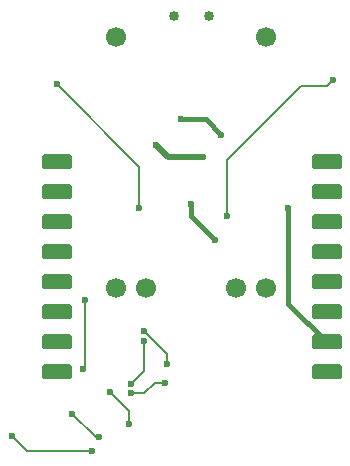
<source format=gbl>
G04 #@! TF.GenerationSoftware,KiCad,Pcbnew,9.0.2*
G04 #@! TF.CreationDate,2025-06-27T14:18:33-07:00*
G04 #@! TF.ProjectId,slime_tracker,736c696d-655f-4747-9261-636b65722e6b,rev?*
G04 #@! TF.SameCoordinates,Original*
G04 #@! TF.FileFunction,Copper,L2,Bot*
G04 #@! TF.FilePolarity,Positive*
%FSLAX46Y46*%
G04 Gerber Fmt 4.6, Leading zero omitted, Abs format (unit mm)*
G04 Created by KiCad (PCBNEW 9.0.2) date 2025-06-27 14:18:33*
%MOMM*%
%LPD*%
G01*
G04 APERTURE LIST*
G04 Aperture macros list*
%AMRoundRect*
0 Rectangle with rounded corners*
0 $1 Rounding radius*
0 $2 $3 $4 $5 $6 $7 $8 $9 X,Y pos of 4 corners*
0 Add a 4 corners polygon primitive as box body*
4,1,4,$2,$3,$4,$5,$6,$7,$8,$9,$2,$3,0*
0 Add four circle primitives for the rounded corners*
1,1,$1+$1,$2,$3*
1,1,$1+$1,$4,$5*
1,1,$1+$1,$6,$7*
1,1,$1+$1,$8,$9*
0 Add four rect primitives between the rounded corners*
20,1,$1+$1,$2,$3,$4,$5,0*
20,1,$1+$1,$4,$5,$6,$7,0*
20,1,$1+$1,$6,$7,$8,$9,0*
20,1,$1+$1,$8,$9,$2,$3,0*%
G04 Aperture macros list end*
G04 #@! TA.AperFunction,ComponentPad*
%ADD10RoundRect,0.190500X-1.079500X-0.444500X1.079500X-0.444500X1.079500X0.444500X-1.079500X0.444500X0*%
G04 #@! TD*
G04 #@! TA.AperFunction,ComponentPad*
%ADD11C,1.700000*%
G04 #@! TD*
G04 #@! TA.AperFunction,ComponentPad*
%ADD12C,0.850000*%
G04 #@! TD*
G04 #@! TA.AperFunction,ViaPad*
%ADD13C,0.600000*%
G04 #@! TD*
G04 #@! TA.AperFunction,Conductor*
%ADD14C,0.200000*%
G04 #@! TD*
G04 #@! TA.AperFunction,Conductor*
%ADD15C,0.400000*%
G04 #@! TD*
G04 #@! TA.AperFunction,Conductor*
%ADD16C,0.500000*%
G04 #@! TD*
G04 APERTURE END LIST*
D10*
X128610000Y-84440000D03*
X128610000Y-86980000D03*
X128610000Y-89520000D03*
X128610000Y-92060000D03*
X128610000Y-94600000D03*
X128610000Y-97140000D03*
X128610000Y-99680000D03*
X128610000Y-102220000D03*
X151470000Y-84440000D03*
X151470000Y-86980000D03*
X151470000Y-89520000D03*
X151470000Y-92060000D03*
X151470000Y-94600000D03*
X151470000Y-97140000D03*
X151470000Y-99680000D03*
X151470000Y-102220000D03*
D11*
X146350000Y-73840000D03*
X133650000Y-73840000D03*
X146350000Y-95110000D03*
X143810000Y-95110000D03*
X136190000Y-95110000D03*
X133650000Y-95110000D03*
D12*
X141500000Y-72000000D03*
X138500000Y-72000000D03*
D13*
X136000000Y-98750000D03*
X143000000Y-89000000D03*
X152000000Y-77500000D03*
X137900000Y-101500000D03*
X135600000Y-88300000D03*
X128600000Y-77800000D03*
X134900000Y-103200000D03*
X136000000Y-99600000D03*
X131600000Y-108900000D03*
X130800000Y-101900000D03*
X133100000Y-103900000D03*
X131000000Y-96100000D03*
X140000000Y-88000000D03*
X142500000Y-82100000D03*
X137000000Y-83000000D03*
X141000000Y-84000000D03*
X142000000Y-91000000D03*
X148200000Y-88300000D03*
X124800000Y-107600000D03*
X134700000Y-106600000D03*
X134900000Y-104000000D03*
X139100000Y-80800000D03*
X137800000Y-103100000D03*
X129900000Y-105700000D03*
X132200000Y-107700000D03*
D14*
X143000000Y-84250000D02*
X143000000Y-89000000D01*
X137900000Y-101500000D02*
X137900000Y-100650000D01*
X151500000Y-78000000D02*
X149250000Y-78000000D01*
X137900000Y-100650000D02*
X136000000Y-98750000D01*
X149250000Y-78000000D02*
X143000000Y-84250000D01*
X152000000Y-77500000D02*
X151500000Y-78000000D01*
X135600000Y-84800000D02*
X128600000Y-77800000D01*
X135600000Y-88300000D02*
X135600000Y-84800000D01*
X136900000Y-103100000D02*
X136000000Y-104000000D01*
X134900000Y-103200000D02*
X136000000Y-102100000D01*
D15*
X140000000Y-89000000D02*
X140000000Y-88000000D01*
D16*
X138000000Y-84000000D02*
X137000000Y-83000000D01*
D14*
X131000000Y-101700000D02*
X131000000Y-96100000D01*
X131600000Y-108900000D02*
X126100000Y-108900000D01*
X130800000Y-101900000D02*
X131000000Y-101700000D01*
D15*
X142000000Y-91000000D02*
X140000000Y-89000000D01*
D14*
X126100000Y-108900000D02*
X124800000Y-107600000D01*
X133100000Y-103900000D02*
X134700000Y-105500000D01*
X137800000Y-103100000D02*
X136900000Y-103100000D01*
X136000000Y-104000000D02*
X134900000Y-104000000D01*
X129900000Y-105700000D02*
X131900000Y-107700000D01*
D15*
X148200000Y-96410000D02*
X148200000Y-88300000D01*
D14*
X134700000Y-105500000D02*
X134700000Y-106600000D01*
D15*
X142500000Y-82100000D02*
X141200000Y-80800000D01*
D16*
X141000000Y-84000000D02*
X138000000Y-84000000D01*
D14*
X131900000Y-107700000D02*
X132200000Y-107700000D01*
X136000000Y-102100000D02*
X136000000Y-99600000D01*
D15*
X141200000Y-80800000D02*
X139100000Y-80800000D01*
X151470000Y-99680000D02*
X148200000Y-96410000D01*
M02*

</source>
